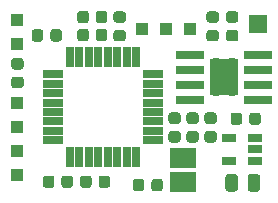
<source format=gbr>
G04 #@! TF.GenerationSoftware,KiCad,Pcbnew,(5.1.6)-1*
G04 #@! TF.CreationDate,2021-01-08T10:20:39+01:00*
G04 #@! TF.ProjectId,Lokdecoder_TI_altQuartz,4c6f6b64-6563-46f6-9465-725f54495f61,rev?*
G04 #@! TF.SameCoordinates,Original*
G04 #@! TF.FileFunction,Soldermask,Top*
G04 #@! TF.FilePolarity,Negative*
%FSLAX46Y46*%
G04 Gerber Fmt 4.6, Leading zero omitted, Abs format (unit mm)*
G04 Created by KiCad (PCBNEW (5.1.6)-1) date 2021-01-08 10:20:39*
%MOMM*%
%LPD*%
G01*
G04 APERTURE LIST*
%ADD10R,2.300000X1.700000*%
%ADD11R,0.650000X1.700000*%
%ADD12R,1.700000X0.650000*%
%ADD13R,1.100000X1.100000*%
%ADD14R,1.160000X0.750000*%
%ADD15R,2.400000X3.100000*%
%ADD16R,2.340000X0.640000*%
%ADD17C,0.770000*%
%ADD18R,1.600000X1.600000*%
G04 APERTURE END LIST*
D10*
X62801500Y-118840000D03*
X62801500Y-116840000D03*
G36*
G01*
X62333450Y-113949300D02*
X61770950Y-113949300D01*
G75*
G02*
X61527200Y-113705550I0J243750D01*
G01*
X61527200Y-113218050D01*
G75*
G02*
X61770950Y-112974300I243750J0D01*
G01*
X62333450Y-112974300D01*
G75*
G02*
X62577200Y-113218050I0J-243750D01*
G01*
X62577200Y-113705550D01*
G75*
G02*
X62333450Y-113949300I-243750J0D01*
G01*
G37*
G36*
G01*
X62333450Y-115524300D02*
X61770950Y-115524300D01*
G75*
G02*
X61527200Y-115280550I0J243750D01*
G01*
X61527200Y-114793050D01*
G75*
G02*
X61770950Y-114549300I243750J0D01*
G01*
X62333450Y-114549300D01*
G75*
G02*
X62577200Y-114793050I0J-243750D01*
G01*
X62577200Y-115280550D01*
G75*
G02*
X62333450Y-115524300I-243750J0D01*
G01*
G37*
D11*
X53200000Y-116791000D03*
X54000000Y-116791000D03*
X54800000Y-116791000D03*
X55600000Y-116791000D03*
X56400000Y-116791000D03*
X57200000Y-116791000D03*
X58000000Y-116791000D03*
X58800000Y-116791000D03*
D12*
X60250000Y-115341000D03*
X60250000Y-114541000D03*
X60250000Y-113741000D03*
X60250000Y-112941000D03*
X60250000Y-112141000D03*
X60250000Y-111341000D03*
X60250000Y-110541000D03*
X60250000Y-109741000D03*
D11*
X58800000Y-108291000D03*
X58000000Y-108291000D03*
X57200000Y-108291000D03*
X56400000Y-108291000D03*
X55600000Y-108291000D03*
X54800000Y-108291000D03*
X54000000Y-108291000D03*
X53200000Y-108291000D03*
D12*
X51750000Y-109741000D03*
X51750000Y-110541000D03*
X51750000Y-111341000D03*
X51750000Y-112141000D03*
X51750000Y-112941000D03*
X51750000Y-113741000D03*
X51750000Y-114541000D03*
X51750000Y-115341000D03*
G36*
G01*
X55021100Y-118565350D02*
X55021100Y-119127850D01*
G75*
G02*
X54777350Y-119371600I-243750J0D01*
G01*
X54289850Y-119371600D01*
G75*
G02*
X54046100Y-119127850I0J243750D01*
G01*
X54046100Y-118565350D01*
G75*
G02*
X54289850Y-118321600I243750J0D01*
G01*
X54777350Y-118321600D01*
G75*
G02*
X55021100Y-118565350I0J-243750D01*
G01*
G37*
G36*
G01*
X56596100Y-118565350D02*
X56596100Y-119127850D01*
G75*
G02*
X56352350Y-119371600I-243750J0D01*
G01*
X55864850Y-119371600D01*
G75*
G02*
X55621100Y-119127850I0J243750D01*
G01*
X55621100Y-118565350D01*
G75*
G02*
X55864850Y-118321600I243750J0D01*
G01*
X56352350Y-118321600D01*
G75*
G02*
X56596100Y-118565350I0J-243750D01*
G01*
G37*
G36*
G01*
X51871700Y-118565350D02*
X51871700Y-119127850D01*
G75*
G02*
X51627950Y-119371600I-243750J0D01*
G01*
X51140450Y-119371600D01*
G75*
G02*
X50896700Y-119127850I0J243750D01*
G01*
X50896700Y-118565350D01*
G75*
G02*
X51140450Y-118321600I243750J0D01*
G01*
X51627950Y-118321600D01*
G75*
G02*
X51871700Y-118565350I0J-243750D01*
G01*
G37*
G36*
G01*
X53446700Y-118565350D02*
X53446700Y-119127850D01*
G75*
G02*
X53202950Y-119371600I-243750J0D01*
G01*
X52715450Y-119371600D01*
G75*
G02*
X52471700Y-119127850I0J243750D01*
G01*
X52471700Y-118565350D01*
G75*
G02*
X52715450Y-118321600I243750J0D01*
G01*
X53202950Y-118321600D01*
G75*
G02*
X53446700Y-118565350I0J-243750D01*
G01*
G37*
G36*
G01*
X68372100Y-113793850D02*
X68372100Y-113231350D01*
G75*
G02*
X68615850Y-112987600I243750J0D01*
G01*
X69103350Y-112987600D01*
G75*
G02*
X69347100Y-113231350I0J-243750D01*
G01*
X69347100Y-113793850D01*
G75*
G02*
X69103350Y-114037600I-243750J0D01*
G01*
X68615850Y-114037600D01*
G75*
G02*
X68372100Y-113793850I0J243750D01*
G01*
G37*
G36*
G01*
X66797100Y-113793850D02*
X66797100Y-113231350D01*
G75*
G02*
X67040850Y-112987600I243750J0D01*
G01*
X67528350Y-112987600D01*
G75*
G02*
X67772100Y-113231350I0J-243750D01*
G01*
X67772100Y-113793850D01*
G75*
G02*
X67528350Y-114037600I-243750J0D01*
G01*
X67040850Y-114037600D01*
G75*
G02*
X66797100Y-113793850I0J243750D01*
G01*
G37*
G36*
G01*
X67210250Y-106964500D02*
X66647750Y-106964500D01*
G75*
G02*
X66404000Y-106720750I0J243750D01*
G01*
X66404000Y-106233250D01*
G75*
G02*
X66647750Y-105989500I243750J0D01*
G01*
X67210250Y-105989500D01*
G75*
G02*
X67454000Y-106233250I0J-243750D01*
G01*
X67454000Y-106720750D01*
G75*
G02*
X67210250Y-106964500I-243750J0D01*
G01*
G37*
G36*
G01*
X67210250Y-105389500D02*
X66647750Y-105389500D01*
G75*
G02*
X66404000Y-105145750I0J243750D01*
G01*
X66404000Y-104658250D01*
G75*
G02*
X66647750Y-104414500I243750J0D01*
G01*
X67210250Y-104414500D01*
G75*
G02*
X67454000Y-104658250I0J-243750D01*
G01*
X67454000Y-105145750D01*
G75*
G02*
X67210250Y-105389500I-243750J0D01*
G01*
G37*
D13*
X48742600Y-118237000D03*
X48691800Y-105130600D03*
X48742600Y-116205000D03*
X48742600Y-114173000D03*
X48742600Y-112141000D03*
X63373000Y-105918000D03*
X61341000Y-105918000D03*
X59309000Y-105918000D03*
X48691800Y-107162600D03*
G36*
G01*
X49956800Y-106732650D02*
X49956800Y-106170150D01*
G75*
G02*
X50200550Y-105926400I243750J0D01*
G01*
X50688050Y-105926400D01*
G75*
G02*
X50931800Y-106170150I0J-243750D01*
G01*
X50931800Y-106732650D01*
G75*
G02*
X50688050Y-106976400I-243750J0D01*
G01*
X50200550Y-106976400D01*
G75*
G02*
X49956800Y-106732650I0J243750D01*
G01*
G37*
G36*
G01*
X51531800Y-106732650D02*
X51531800Y-106170150D01*
G75*
G02*
X51775550Y-105926400I243750J0D01*
G01*
X52263050Y-105926400D01*
G75*
G02*
X52506800Y-106170150I0J-243750D01*
G01*
X52506800Y-106732650D01*
G75*
G02*
X52263050Y-106976400I-243750J0D01*
G01*
X51775550Y-106976400D01*
G75*
G02*
X51531800Y-106732650I0J243750D01*
G01*
G37*
G36*
G01*
X54792500Y-106144750D02*
X54792500Y-106707250D01*
G75*
G02*
X54548750Y-106951000I-243750J0D01*
G01*
X54061250Y-106951000D01*
G75*
G02*
X53817500Y-106707250I0J243750D01*
G01*
X53817500Y-106144750D01*
G75*
G02*
X54061250Y-105901000I243750J0D01*
G01*
X54548750Y-105901000D01*
G75*
G02*
X54792500Y-106144750I0J-243750D01*
G01*
G37*
G36*
G01*
X56367500Y-106144750D02*
X56367500Y-106707250D01*
G75*
G02*
X56123750Y-106951000I-243750J0D01*
G01*
X55636250Y-106951000D01*
G75*
G02*
X55392500Y-106707250I0J243750D01*
G01*
X55392500Y-106144750D01*
G75*
G02*
X55636250Y-105901000I243750J0D01*
G01*
X56123750Y-105901000D01*
G75*
G02*
X56367500Y-106144750I0J-243750D01*
G01*
G37*
G36*
G01*
X64818950Y-112974100D02*
X65381450Y-112974100D01*
G75*
G02*
X65625200Y-113217850I0J-243750D01*
G01*
X65625200Y-113705350D01*
G75*
G02*
X65381450Y-113949100I-243750J0D01*
G01*
X64818950Y-113949100D01*
G75*
G02*
X64575200Y-113705350I0J243750D01*
G01*
X64575200Y-113217850D01*
G75*
G02*
X64818950Y-112974100I243750J0D01*
G01*
G37*
G36*
G01*
X64818950Y-114549100D02*
X65381450Y-114549100D01*
G75*
G02*
X65625200Y-114792850I0J-243750D01*
G01*
X65625200Y-115280350D01*
G75*
G02*
X65381450Y-115524100I-243750J0D01*
G01*
X64818950Y-115524100D01*
G75*
G02*
X64575200Y-115280350I0J243750D01*
G01*
X64575200Y-114792850D01*
G75*
G02*
X64818950Y-114549100I243750J0D01*
G01*
G37*
G36*
G01*
X66358000Y-119416750D02*
X66358000Y-118454250D01*
G75*
G02*
X66626750Y-118185500I268750J0D01*
G01*
X67164250Y-118185500D01*
G75*
G02*
X67433000Y-118454250I0J-268750D01*
G01*
X67433000Y-119416750D01*
G75*
G02*
X67164250Y-119685500I-268750J0D01*
G01*
X66626750Y-119685500D01*
G75*
G02*
X66358000Y-119416750I0J268750D01*
G01*
G37*
G36*
G01*
X68233000Y-119416750D02*
X68233000Y-118454250D01*
G75*
G02*
X68501750Y-118185500I268750J0D01*
G01*
X69039250Y-118185500D01*
G75*
G02*
X69308000Y-118454250I0J-268750D01*
G01*
X69308000Y-119416750D01*
G75*
G02*
X69039250Y-119685500I-268750J0D01*
G01*
X68501750Y-119685500D01*
G75*
G02*
X68233000Y-119416750I0J268750D01*
G01*
G37*
G36*
G01*
X60091500Y-119407250D02*
X60091500Y-118844750D01*
G75*
G02*
X60335250Y-118601000I243750J0D01*
G01*
X60822750Y-118601000D01*
G75*
G02*
X61066500Y-118844750I0J-243750D01*
G01*
X61066500Y-119407250D01*
G75*
G02*
X60822750Y-119651000I-243750J0D01*
G01*
X60335250Y-119651000D01*
G75*
G02*
X60091500Y-119407250I0J243750D01*
G01*
G37*
G36*
G01*
X58516500Y-119407250D02*
X58516500Y-118844750D01*
G75*
G02*
X58760250Y-118601000I243750J0D01*
G01*
X59247750Y-118601000D01*
G75*
G02*
X59491500Y-118844750I0J-243750D01*
G01*
X59491500Y-119407250D01*
G75*
G02*
X59247750Y-119651000I-243750J0D01*
G01*
X58760250Y-119651000D01*
G75*
G02*
X58516500Y-119407250I0J243750D01*
G01*
G37*
G36*
G01*
X63294950Y-114549300D02*
X63857450Y-114549300D01*
G75*
G02*
X64101200Y-114793050I0J-243750D01*
G01*
X64101200Y-115280550D01*
G75*
G02*
X63857450Y-115524300I-243750J0D01*
G01*
X63294950Y-115524300D01*
G75*
G02*
X63051200Y-115280550I0J243750D01*
G01*
X63051200Y-114793050D01*
G75*
G02*
X63294950Y-114549300I243750J0D01*
G01*
G37*
G36*
G01*
X63294950Y-112974300D02*
X63857450Y-112974300D01*
G75*
G02*
X64101200Y-113218050I0J-243750D01*
G01*
X64101200Y-113705550D01*
G75*
G02*
X63857450Y-113949300I-243750J0D01*
G01*
X63294950Y-113949300D01*
G75*
G02*
X63051200Y-113705550I0J243750D01*
G01*
X63051200Y-113218050D01*
G75*
G02*
X63294950Y-112974300I243750J0D01*
G01*
G37*
G36*
G01*
X57122750Y-104414500D02*
X57685250Y-104414500D01*
G75*
G02*
X57929000Y-104658250I0J-243750D01*
G01*
X57929000Y-105145750D01*
G75*
G02*
X57685250Y-105389500I-243750J0D01*
G01*
X57122750Y-105389500D01*
G75*
G02*
X56879000Y-105145750I0J243750D01*
G01*
X56879000Y-104658250D01*
G75*
G02*
X57122750Y-104414500I243750J0D01*
G01*
G37*
G36*
G01*
X57122750Y-105989500D02*
X57685250Y-105989500D01*
G75*
G02*
X57929000Y-106233250I0J-243750D01*
G01*
X57929000Y-106720750D01*
G75*
G02*
X57685250Y-106964500I-243750J0D01*
G01*
X57122750Y-106964500D01*
G75*
G02*
X56879000Y-106720750I0J243750D01*
G01*
X56879000Y-106233250D01*
G75*
G02*
X57122750Y-105989500I243750J0D01*
G01*
G37*
G36*
G01*
X65559250Y-106964500D02*
X64996750Y-106964500D01*
G75*
G02*
X64753000Y-106720750I0J243750D01*
G01*
X64753000Y-106233250D01*
G75*
G02*
X64996750Y-105989500I243750J0D01*
G01*
X65559250Y-105989500D01*
G75*
G02*
X65803000Y-106233250I0J-243750D01*
G01*
X65803000Y-106720750D01*
G75*
G02*
X65559250Y-106964500I-243750J0D01*
G01*
G37*
G36*
G01*
X65559250Y-105389500D02*
X64996750Y-105389500D01*
G75*
G02*
X64753000Y-105145750I0J243750D01*
G01*
X64753000Y-104658250D01*
G75*
G02*
X64996750Y-104414500I243750J0D01*
G01*
X65559250Y-104414500D01*
G75*
G02*
X65803000Y-104658250I0J-243750D01*
G01*
X65803000Y-105145750D01*
G75*
G02*
X65559250Y-105389500I-243750J0D01*
G01*
G37*
D14*
X68875000Y-117053400D03*
X68875000Y-116103400D03*
X68875000Y-115153400D03*
X66675000Y-115153400D03*
X66675000Y-117053400D03*
D15*
X66248000Y-109982000D03*
D16*
X63373000Y-108077000D03*
X63373000Y-109347000D03*
X63373000Y-110617000D03*
X63373000Y-111887000D03*
X69123000Y-111887000D03*
X69123000Y-110617000D03*
X69123000Y-109347000D03*
X69123000Y-108077000D03*
D17*
X65598000Y-108682000D03*
X65598000Y-109982000D03*
X66898000Y-109982000D03*
X66898000Y-108682000D03*
X65598000Y-111282000D03*
X66898000Y-111282000D03*
G36*
G01*
X48461350Y-109951800D02*
X49023850Y-109951800D01*
G75*
G02*
X49267600Y-110195550I0J-243750D01*
G01*
X49267600Y-110683050D01*
G75*
G02*
X49023850Y-110926800I-243750J0D01*
G01*
X48461350Y-110926800D01*
G75*
G02*
X48217600Y-110683050I0J243750D01*
G01*
X48217600Y-110195550D01*
G75*
G02*
X48461350Y-109951800I243750J0D01*
G01*
G37*
G36*
G01*
X48461350Y-108376800D02*
X49023850Y-108376800D01*
G75*
G02*
X49267600Y-108620550I0J-243750D01*
G01*
X49267600Y-109108050D01*
G75*
G02*
X49023850Y-109351800I-243750J0D01*
G01*
X48461350Y-109351800D01*
G75*
G02*
X48217600Y-109108050I0J243750D01*
G01*
X48217600Y-108620550D01*
G75*
G02*
X48461350Y-108376800I243750J0D01*
G01*
G37*
G36*
G01*
X55392500Y-105183250D02*
X55392500Y-104620750D01*
G75*
G02*
X55636250Y-104377000I243750J0D01*
G01*
X56123750Y-104377000D01*
G75*
G02*
X56367500Y-104620750I0J-243750D01*
G01*
X56367500Y-105183250D01*
G75*
G02*
X56123750Y-105427000I-243750J0D01*
G01*
X55636250Y-105427000D01*
G75*
G02*
X55392500Y-105183250I0J243750D01*
G01*
G37*
G36*
G01*
X53817500Y-105183250D02*
X53817500Y-104620750D01*
G75*
G02*
X54061250Y-104377000I243750J0D01*
G01*
X54548750Y-104377000D01*
G75*
G02*
X54792500Y-104620750I0J-243750D01*
G01*
X54792500Y-105183250D01*
G75*
G02*
X54548750Y-105427000I-243750J0D01*
G01*
X54061250Y-105427000D01*
G75*
G02*
X53817500Y-105183250I0J243750D01*
G01*
G37*
D18*
X69113400Y-105486200D03*
M02*

</source>
